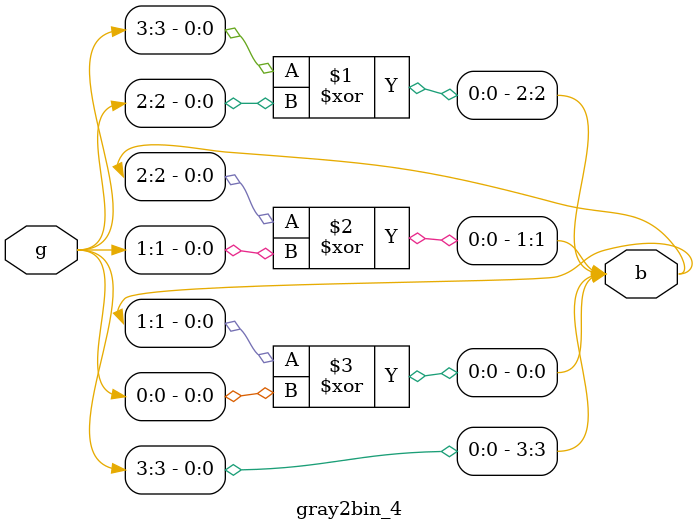
<source format=v>
module gray2bin_4(input[3:0]g, output[3:0]b);    
    assign b[3] = g[3];
    assign b[2] = b[3]^g[2];
    assign b[1] = b[2]^g[1];
    assign b[0] = b[1]^g[0];
endmodule

</source>
